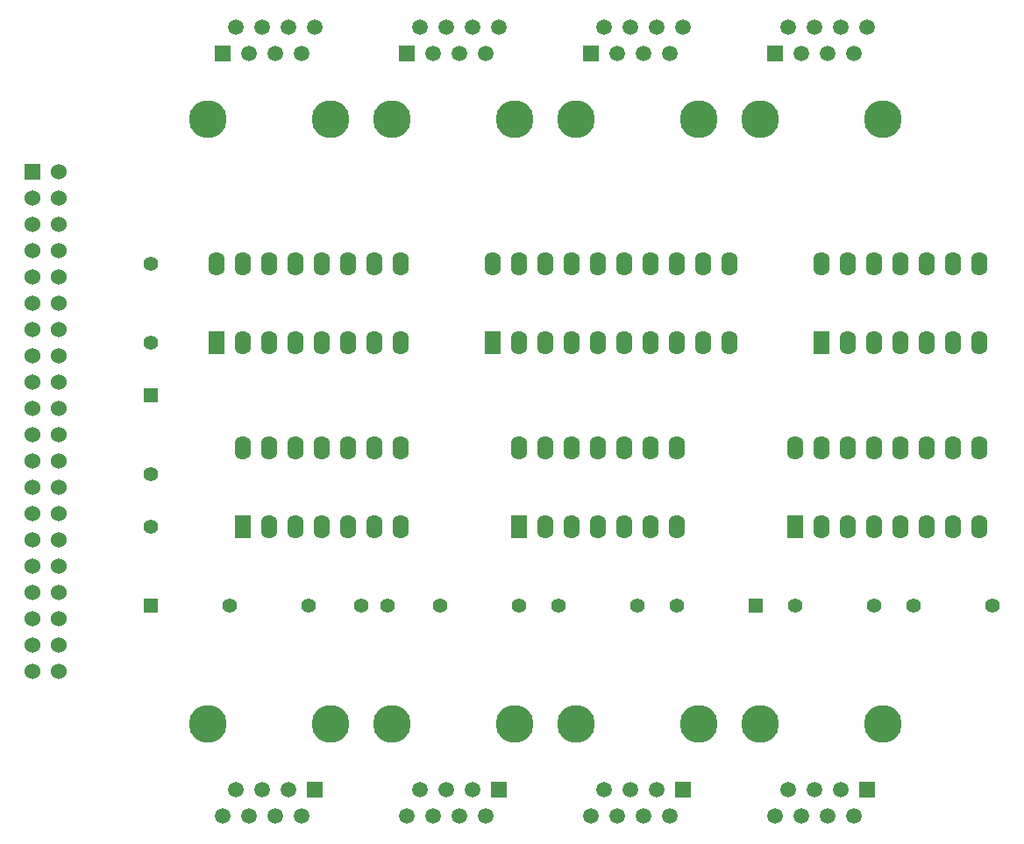
<source format=gts>
G04 (created by PCBNEW (22-Jun-2014 BZR 4027)-stable) date Paz 19 Nis 2020 21:47:35 +03*
%MOIN*%
G04 Gerber Fmt 3.4, Leading zero omitted, Abs format*
%FSLAX34Y34*%
G01*
G70*
G90*
G04 APERTURE LIST*
%ADD10C,0.00590551*%
%ADD11C,0.1437*%
%ADD12R,0.0591X0.0591*%
%ADD13C,0.0591*%
%ADD14C,0.055*%
%ADD15R,0.06X0.06*%
%ADD16C,0.06*%
%ADD17R,0.062X0.09*%
%ADD18O,0.062X0.09*%
%ADD19R,0.055X0.055*%
G04 APERTURE END LIST*
G54D10*
G54D11*
X39338Y-9500D03*
X34665Y-9500D03*
G54D12*
X35250Y-7000D03*
G54D13*
X35750Y-6000D03*
X36250Y-7000D03*
X36750Y-6000D03*
X37250Y-7000D03*
X37750Y-6000D03*
X38250Y-7000D03*
X38750Y-6000D03*
G54D11*
X32338Y-9500D03*
X27665Y-9500D03*
G54D12*
X28250Y-7000D03*
G54D13*
X28750Y-6000D03*
X29250Y-7000D03*
X29750Y-6000D03*
X30250Y-7000D03*
X30750Y-6000D03*
X31250Y-7000D03*
X31750Y-6000D03*
G54D11*
X25338Y-9500D03*
X20665Y-9500D03*
G54D12*
X21250Y-7000D03*
G54D13*
X21750Y-6000D03*
X22250Y-7000D03*
X22750Y-6000D03*
X23250Y-7000D03*
X23750Y-6000D03*
X24250Y-7000D03*
X24750Y-6000D03*
G54D11*
X18338Y-9500D03*
X13665Y-9500D03*
G54D12*
X14250Y-7000D03*
G54D13*
X14750Y-6000D03*
X15250Y-7000D03*
X15750Y-6000D03*
X16250Y-7000D03*
X16750Y-6000D03*
X17250Y-7000D03*
X17750Y-6000D03*
G54D14*
X11500Y-18000D03*
X11500Y-15000D03*
X39000Y-28000D03*
X36000Y-28000D03*
X43500Y-28000D03*
X40500Y-28000D03*
X27000Y-28000D03*
X30000Y-28000D03*
X14500Y-28000D03*
X17500Y-28000D03*
X25500Y-28000D03*
X22500Y-28000D03*
G54D15*
X7000Y-11500D03*
G54D16*
X8000Y-11500D03*
X7000Y-16500D03*
X8000Y-12500D03*
X7000Y-17500D03*
X8000Y-13500D03*
X7000Y-18500D03*
X8000Y-14500D03*
X7000Y-19500D03*
X8000Y-15500D03*
X7000Y-20500D03*
X8000Y-16500D03*
X7000Y-21500D03*
X8000Y-17500D03*
X7000Y-22500D03*
X8000Y-18500D03*
X7000Y-23500D03*
X8000Y-19500D03*
X7000Y-24500D03*
X8000Y-20500D03*
X7000Y-25500D03*
X8000Y-21500D03*
X7000Y-26500D03*
X8000Y-22500D03*
X8000Y-23500D03*
X7000Y-27500D03*
X8000Y-24500D03*
X8000Y-26500D03*
X8000Y-27500D03*
X8000Y-28500D03*
X8000Y-29500D03*
X7000Y-28500D03*
X7000Y-29500D03*
X7000Y-12500D03*
X7000Y-13500D03*
X7000Y-14500D03*
X7000Y-15500D03*
X7000Y-30500D03*
X8000Y-30500D03*
X8000Y-25500D03*
G54D17*
X24500Y-18000D03*
G54D18*
X25500Y-18000D03*
X26500Y-18000D03*
X27500Y-18000D03*
X28500Y-18000D03*
X29500Y-18000D03*
X30500Y-18000D03*
X31500Y-18000D03*
X32500Y-18000D03*
X33500Y-18000D03*
X33500Y-15000D03*
X32500Y-15000D03*
X31500Y-15000D03*
X30500Y-15000D03*
X29500Y-15000D03*
X28500Y-15000D03*
X27500Y-15000D03*
X26500Y-15000D03*
X25500Y-15000D03*
X24500Y-15000D03*
G54D17*
X36000Y-25000D03*
G54D18*
X37000Y-25000D03*
X38000Y-25000D03*
X39000Y-25000D03*
X40000Y-25000D03*
X41000Y-25000D03*
X42000Y-25000D03*
X43000Y-25000D03*
X43000Y-22000D03*
X42000Y-22000D03*
X41000Y-22000D03*
X40000Y-22000D03*
X39000Y-22000D03*
X38000Y-22000D03*
X37000Y-22000D03*
X36000Y-22000D03*
G54D17*
X14000Y-18000D03*
G54D18*
X15000Y-18000D03*
X16000Y-18000D03*
X17000Y-18000D03*
X18000Y-18000D03*
X19000Y-18000D03*
X20000Y-18000D03*
X21000Y-18000D03*
X21000Y-15000D03*
X20000Y-15000D03*
X19000Y-15000D03*
X18000Y-15000D03*
X17000Y-15000D03*
X16000Y-15000D03*
X15000Y-15000D03*
X14000Y-15000D03*
G54D17*
X37000Y-18000D03*
G54D18*
X38000Y-18000D03*
X39000Y-18000D03*
X40000Y-18000D03*
X41000Y-18000D03*
X42000Y-18000D03*
X43000Y-18000D03*
X43000Y-15000D03*
X42000Y-15000D03*
X41000Y-15000D03*
X40000Y-15000D03*
X39000Y-15000D03*
X38000Y-15000D03*
X37000Y-15000D03*
G54D17*
X25500Y-25000D03*
G54D18*
X26500Y-25000D03*
X27500Y-25000D03*
X28500Y-25000D03*
X29500Y-25000D03*
X30500Y-25000D03*
X31500Y-25000D03*
X31500Y-22000D03*
X30500Y-22000D03*
X29500Y-22000D03*
X28500Y-22000D03*
X27500Y-22000D03*
X26500Y-22000D03*
X25500Y-22000D03*
G54D17*
X15000Y-25000D03*
G54D18*
X16000Y-25000D03*
X17000Y-25000D03*
X18000Y-25000D03*
X19000Y-25000D03*
X20000Y-25000D03*
X21000Y-25000D03*
X21000Y-22000D03*
X20000Y-22000D03*
X19000Y-22000D03*
X18000Y-22000D03*
X17000Y-22000D03*
X16000Y-22000D03*
X15000Y-22000D03*
G54D19*
X11500Y-20000D03*
G54D14*
X11500Y-23000D03*
G54D19*
X11500Y-28000D03*
G54D14*
X11500Y-25000D03*
G54D19*
X34500Y-28000D03*
G54D14*
X31500Y-28000D03*
X19500Y-28000D03*
X20500Y-28000D03*
G54D11*
X34662Y-32500D03*
X39335Y-32500D03*
G54D12*
X38750Y-35000D03*
G54D13*
X38250Y-36000D03*
X37750Y-35000D03*
X37250Y-36000D03*
X36750Y-35000D03*
X36250Y-36000D03*
X35750Y-35000D03*
X35250Y-36000D03*
G54D11*
X27662Y-32500D03*
X32335Y-32500D03*
G54D12*
X31750Y-35000D03*
G54D13*
X31250Y-36000D03*
X30750Y-35000D03*
X30250Y-36000D03*
X29750Y-35000D03*
X29250Y-36000D03*
X28750Y-35000D03*
X28250Y-36000D03*
G54D11*
X20662Y-32500D03*
X25335Y-32500D03*
G54D12*
X24750Y-35000D03*
G54D13*
X24250Y-36000D03*
X23750Y-35000D03*
X23250Y-36000D03*
X22750Y-35000D03*
X22250Y-36000D03*
X21750Y-35000D03*
X21250Y-36000D03*
G54D11*
X13662Y-32500D03*
X18335Y-32500D03*
G54D12*
X17750Y-35000D03*
G54D13*
X17250Y-36000D03*
X16750Y-35000D03*
X16250Y-36000D03*
X15750Y-35000D03*
X15250Y-36000D03*
X14750Y-35000D03*
X14250Y-36000D03*
M02*

</source>
